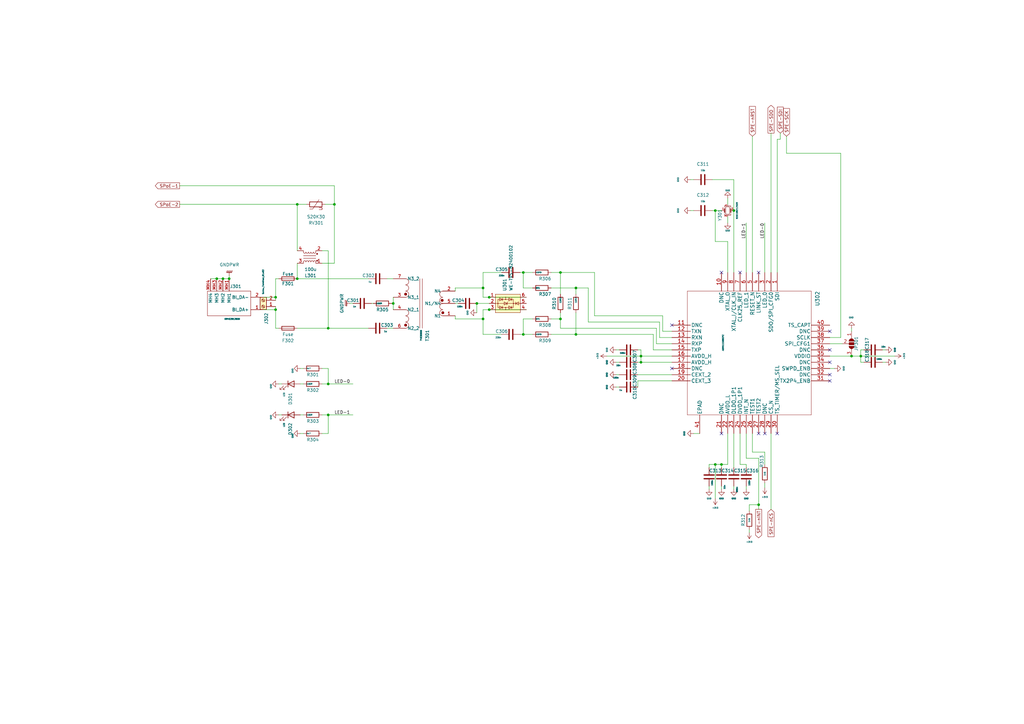
<source format=kicad_sch>
(kicad_sch (version 20230121) (generator eeschema)
  (paper "A3")
  (lib_symbols
    (symbol "Connector:Screw_Terminal_01x02" (pin_names (offset 1.016) hide)
      (property "Reference" "J" (at 0 2.54 0))
      (property "Value" "Screw_Terminal_01x02" (at 0 -5.08 0))
      (symbol "Screw_Terminal_01x02_1_1"
        (pin passive line (at -5.08 0 0) (length 3.81) (name "Pin_1") (number "1"))
        (pin passive line (at -5.08 -2.54 0) (length 3.81) (name "Pin_2") (number "2"))
      )
    )
    (symbol "Device:C" (pin_numbers hide) (pin_names (offset 0.254))
      (property "Reference" "C" (at 0.635 2.54 0))
      (property "Value" "C" (at 0.635 -2.54 0))
      (symbol "C_1_1"
        (pin passive line (at 0 3.81 270) (length 2.794) (name "~") (number "1"))
        (pin passive line (at 0 -3.81 90) (length 2.794) (name "~") (number "2"))
      )
    )
    (symbol "Device:Crystal_GND24_Small" (pin_names (offset 1.016) hide)
      (property "Reference" "Y" (at 1.27 4.445 0))
      (property "Value" "Crystal_GND24_Small" (at 1.27 2.54 0))
      (symbol "Crystal_GND24_Small_1_1"
        (pin passive line (at -2.54 0 0) (length 1.27) (name "1") (number "1"))
        (pin passive line (at 0 -2.54 90) (length 0.635) (name "2") (number "2"))
        (pin passive line (at 2.54 0 180) (length 1.27) (name "3") (number "3"))
        (pin passive line (at 0 2.54 270) (length 0.635) (name "4") (number "4"))
      )
    )
    (symbol "Device:Fuse" (pin_numbers hide) (pin_names (offset 0))
      (property "Reference" "F" (at 2.032 0 90))
      (property "Value" "Fuse" (at -1.905 0 90))
      (symbol "Fuse_1_1"
        (pin passive line (at 0 3.81 270) (length 1.27) (name "~") (number "1"))
        (pin passive line (at 0 -3.81 90) (length 1.27) (name "~") (number "2"))
      )
    )
    (symbol "Device:LED" (pin_numbers hide) (pin_names (offset 1.016) hide)
      (property "Reference" "D" (at 0 2.54 0))
      (property "Value" "LED" (at 0 -2.54 0))
      (symbol "LED_1_1"
        (pin passive line (at -3.81 0 0) (length 2.54) (name "K") (number "1"))
        (pin passive line (at 3.81 0 180) (length 2.54) (name "A") (number "2"))
      )
    )
    (symbol "Device:L_Iron_Coupled_1324" (pin_names (offset 0.254) hide)
      (property "Reference" "L" (at 0 4.445 0))
      (property "Value" "L_Iron_Coupled_1324" (at 0 -4.445 0))
      (symbol "L_Iron_Coupled_1324_1_1"
        (pin passive line (at -5.08 2.54 0) (length 2.54) (name "1") (number "1"))
        (pin passive line (at -5.08 -2.54 0) (length 2.54) (name "2") (number "2"))
        (pin passive line (at 5.08 2.54 180) (length 2.54) (name "3") (number "3"))
        (pin passive line (at 5.08 -2.54 180) (length 2.54) (name "4") (number "4"))
      )
    )
    (symbol "Device:R" (pin_numbers hide) (pin_names (offset 0))
      (property "Reference" "R" (at 2.032 0 90))
      (property "Value" "R" (at 0 0 90))
      (symbol "R_1_1"
        (pin passive line (at 0 3.81 270) (length 1.27) (name "~") (number "1"))
        (pin passive line (at 0 -3.81 90) (length 1.27) (name "~") (number "2"))
      )
    )
    (symbol "Device:Varistor" (pin_numbers hide) (pin_names (offset 0))
      (property "Reference" "RV" (at 3.175 0 90))
      (property "Value" "Varistor" (at -3.175 0 90))
      (symbol "Varistor_0_0"
        (text "U" (at -1.778 -2.032 0) (effects (font (size 1.27 1.27))))
      )
      (symbol "Varistor_1_1"
        (pin passive line (at 0 3.81 270) (length 1.27) (name "~") (number "1"))
        (pin passive line (at 0 -3.81 90) (length 1.27) (name "~") (number "2"))
      )
    )
    (symbol "Jumper:SolderJumper_3_Open" (pin_names (offset 0) hide)
      (property "Reference" "JP" (at -2.54 -2.54 0))
      (property "Value" "SolderJumper_3_Open" (at 0 2.794 0))
      (symbol "SolderJumper_3_Open_1_1"
        (pin passive line (at -5.08 0 0) (length 2.54) (name "A") (number "1"))
        (pin passive line (at 0 -3.81 90) (length 2.54) (name "C") (number "2"))
        (pin passive line (at 5.08 0 180) (length 2.54) (name "B") (number "3"))
      )
    )
    (symbol "Power_Protection:WE-TVS-82400102"
      (property "Reference" "U" (at 0 7.62 0))
      (property "Value" "WE-TVS-82400102" (at 0 5.08 0))
      (symbol "WE-TVS-82400102_1_1"
        (pin passive line (at -7.62 2.54 0) (length 2.54) (name "~") (number "1"))
        (pin passive line (at -7.62 0 0) (length 2.54) (name "~") (number "2"))
        (pin passive line (at -7.62 -2.54 0) (length 2.54) (name "~") (number "3"))
        (pin passive line (at 7.62 -2.54 180) (length 2.54) (name "~") (number "4"))
        (pin passive line (at 7.62 0 180) (length 2.54) (name "~") (number "5"))
        (pin passive line (at 7.62 2.54 180) (length 2.54) (name "~") (number "6"))
      )
    )
    (symbol "Project_Specific_AnalogDevices:ADIN1110BCPZ" (pin_names (offset 0.254))
      (property "Reference" "U" (at -24.13 26.67 0))
      (property "Value" "ADIN1110BCPZ" (at -1.27 3.81 0))
      (symbol "ADIN1110BCPZ_1_1"
        (pin unspecified line (at -33.02 11.43 0) (length 7.62) (name "SDI") (number "1"))
        (pin unspecified line (at -33.02 -11.43 0) (length 7.62) (name "DNC") (number "10"))
        (pin unspecified line (at -11.43 -31.75 90) (length 7.62) (name "DNC") (number "11"))
        (pin unspecified line (at -8.89 -31.75 90) (length 7.62) (name "TXN") (number "12"))
        (pin unspecified line (at -6.35 -31.75 90) (length 7.62) (name "RXN") (number "13"))
        (pin unspecified line (at -3.81 -31.75 90) (length 7.62) (name "RXP") (number "14"))
        (pin unspecified line (at -1.27 -31.75 90) (length 7.62) (name "TXP") (number "15"))
        (pin unspecified line (at 1.27 -31.75 90) (length 7.62) (name "AVDD_H") (number "16"))
        (pin unspecified line (at 3.81 -31.75 90) (length 7.62) (name "AVDD_H") (number "17"))
        (pin unspecified line (at 6.35 -31.75 90) (length 7.62) (name "DNC") (number "18"))
        (pin unspecified line (at 8.89 -31.75 90) (length 7.62) (name "CEXT_2") (number "19"))
        (pin unspecified line (at -33.02 8.89 0) (length 7.62) (name "SDO/SPI_CFG0") (number "2"))
        (pin unspecified line (at 11.43 -31.75 90) (length 7.62) (name "CEXT_3") (number "20"))
        (pin unspecified line (at 33.02 -11.43 180) (length 7.62) (name "DNC") (number "21"))
        (pin unspecified line (at 33.02 -8.89 180) (length 7.62) (name "AVDD_L") (number "22"))
        (pin unspecified line (at 33.02 -6.35 180) (length 7.62) (name "DLDO_1P1") (number "23"))
        (pin unspecified line (at 33.02 -3.81 180) (length 7.62) (name "DVDD_1P1") (number "24"))
        (pin unspecified line (at 33.02 -1.27 180) (length 7.62) (name "INT_N") (number "25"))
        (pin unspecified line (at 33.02 1.27 180) (length 7.62) (name "TEST1") (number "26"))
        (pin unspecified line (at 33.02 3.81 180) (length 7.62) (name "TEST2") (number "27"))
        (pin unspecified line (at 33.02 6.35 180) (length 7.62) (name "DNC") (number "28"))
        (pin unspecified line (at 33.02 8.89 180) (length 7.62) (name "CS_N") (number "29"))
        (pin unspecified line (at -33.02 6.35 0) (length 7.62) (name "LED_0") (number "3"))
        (pin unspecified line (at 33.02 11.43 180) (length 7.62) (name "TS_TIMER/MS_SEL") (number "30"))
        (pin unspecified line (at 11.43 33.02 270) (length 7.62) (name "TX2P4_ENB") (number "31"))
        (pin unspecified line (at 8.89 33.02 270) (length 7.62) (name "DNC") (number "32"))
        (pin unspecified line (at 6.35 33.02 270) (length 7.62) (name "SWPD_ENB") (number "33"))
        (pin unspecified line (at 3.81 33.02 270) (length 7.62) (name "DNC") (number "34"))
        (pin unspecified line (at 1.27 33.02 270) (length 7.62) (name "VDDIO") (number "35"))
        (pin unspecified line (at -1.27 33.02 270) (length 7.62) (name "DNC") (number "36"))
        (pin unspecified line (at -3.81 33.02 270) (length 7.62) (name "SPI_CFG1") (number "37"))
        (pin unspecified line (at -6.35 33.02 270) (length 7.62) (name "SCLK") (number "38"))
        (pin unspecified line (at -8.89 33.02 270) (length 7.62) (name "DNC") (number "39"))
        (pin unspecified line (at -33.02 3.81 0) (length 7.62) (name "LINK_ST") (number "4"))
        (pin unspecified line (at -11.43 33.02 270) (length 7.62) (name "TS_CAPT") (number "40"))
        (pin unspecified line (at 33.02 -20.32 180) (length 7.62) (name "EPAD") (number "41"))
        (pin unspecified line (at -33.02 1.27 0) (length 7.62) (name "RESET_N") (number "5"))
        (pin unspecified line (at -33.02 -1.27 0) (length 7.62) (name "LED_1") (number "6"))
        (pin unspecified line (at -33.02 -3.81 0) (length 7.62) (name "CLK25_REF") (number "7"))
        (pin unspecified line (at -33.02 -6.35 0) (length 7.62) (name "XTAL_I/CLK_IN") (number "8"))
        (pin unspecified line (at -33.02 -8.89 0) (length 7.62) (name "XTAL_O") (number "9"))
      )
    )
    (symbol "Project_Specific_Harting:09452812800" (pin_names (offset 0.762))
      (property "Reference" "J" (at -10.16 6.35 0))
      (property "Value" "09452812800" (at -6.35 1.27 0))
      (symbol "09452812800_0_0"
        (pin passive line (at -15.24 2.54 0) (length 5.08) (name "BI_DA+") (number "1"))
        (pin passive line (at -15.24 -2.54 0) (length 5.08) (name "BI_DA-") (number "2"))
        (pin passive line (at -1.27 -10.16 90) (length 5.08) (name "MH1") (number "MH1"))
        (pin passive line (at 1.27 -10.16 90) (length 5.08) (name "MH2") (number "MH2"))
        (pin passive line (at 3.81 -10.16 90) (length 5.08) (name "MH3") (number "MH3"))
        (pin passive line (at 6.35 -10.16 90) (length 5.08) (name "MH4") (number "MH4"))
      )
    )
    (symbol "Project_Specific_Wuerth:74930000" (pin_names (offset 0.762))
      (property "Reference" "T" (at -15.24 7.62 0))
      (property "Value" "74930000" (at -11.43 -7.62 0))
      (symbol "74930000_0_0"
        (pin passive line (at -13.97 5.08 0) (length 5.08) (name "N1") (number "1"))
        (pin passive line (at -13.97 -5.08 0) (length 5.08) (name "N4") (number "2"))
        (pin passive line (at 11.43 -2.54 180) (length 5.08) (name "N3_1") (number "3"))
        (pin passive line (at 11.43 2.54 180) (length 5.08) (name "N2_1") (number "4"))
        (pin passive line (at -13.97 0 0) (length 5.08) (name "N1/N4") (number "5"))
        (pin passive line (at 11.43 10.16 180) (length 5.08) (name "N2_2") (number "6"))
        (pin passive line (at 11.43 -10.16 180) (length 5.08) (name "N3_2") (number "7"))
      )
    )
    (symbol "power:+3V3" (power) (pin_names (offset 0))
      (property "Value" "+3V3" (at 0 3.556 0))
      (symbol "+3V3_1_1"
        (pin power_in line (at 0 0 90) (length 0) hide (name "+3V3") (number "1"))
      )
    )
    (symbol "power:GND" (power) (pin_names (offset 0))
      (property "Value" "GND" (at 0 -3.81 0))
      (symbol "GND_1_1"
        (pin power_in line (at 0 0 270) (length 0) hide (name "GND") (number "1"))
      )
    )
    (symbol "power:GNDPWR" (power) (pin_names (offset 0))
      (property "Value" "GNDPWR" (at 0 -3.302 0))
      (symbol "GNDPWR_1_1"
        (pin power_in line (at 0 0 270) (length 0) hide (name "GNDPWR") (number "1"))
      )
    )
  )
  (junction (at 198.12 118.11))
  (junction (at 121.92 83.82))
  (junction (at 214.63 137.16))
  (junction (at 349.25 146.05))
  (junction (at 214.63 111.76))
  (junction (at 113.03 127))
  (junction (at 113.03 121.92))
  (junction (at 200.66 127))
  (junction (at 295.91 190.5))
  (junction (at 91.44 114.3))
  (junction (at 137.16 83.82))
  (junction (at 93.98 114.3))
  (junction (at 161.29 124.46))
  (junction (at 88.9 114.3))
  (junction (at 293.37 190.5))
  (junction (at 353.06 146.05))
  (junction (at 195.58 124.46))
  (junction (at 134.62 134.62))
  (junction (at 236.22 118.11))
  (junction (at 293.37 86.36))
  (junction (at 262.89 146.05))
  (junction (at 134.62 157.48))
  (junction (at 121.92 114.3))
  (junction (at 198.12 130.81))
  (junction (at 262.89 148.59))
  (junction (at 300.99 86.36))
  (junction (at 229.87 111.76))
  (junction (at 134.62 170.18))
  (junction (at 200.66 121.92))
  (junction (at 236.22 137.16))
  (junction (at 311.15 207.01))
  (junction (at 229.87 130.81))
  (no_connect (at 303.53 111.76))
  (no_connect (at 275.59 133.35))
  (no_connect (at 313.69 177.8))
  (no_connect (at 340.36 148.59))
  (no_connect (at 318.77 177.8))
  (no_connect (at 340.36 143.51))
  (no_connect (at 311.15 177.8))
  (no_connect (at 340.36 135.89))
  (no_connect (at 275.59 151.13))
  (no_connect (at 340.36 156.21))
  (no_connect (at 311.15 111.76))
  (no_connect (at 295.91 177.8))
  (no_connect (at 340.36 153.67))
  (no_connect (at 295.91 111.76))
  (wire (pts (xy 114.3 134.62) (xy 113.03 134.62)))
  (wire (pts (xy 344.805 62.865) (xy 322.58 62.865)))
  (wire (pts (xy 236.22 137.16) (xy 226.06 137.16)))
  (wire (pts (xy 283.21 73.66) (xy 284.48 73.66)))
  (wire (pts (xy 200.66 127) (xy 215.9 127)))
  (wire (pts (xy 144.78 124.46) (xy 143.51 124.46)))
  (wire (pts (xy 311.15 207.01) (xy 311.15 208.915)))
  (wire (pts (xy 115.57 170.18) (xy 114.3 170.18)))
  (wire (pts (xy 236.22 128.27) (xy 236.22 137.16)))
  (wire (pts (xy 311.15 207.01) (xy 307.34 207.01)))
  (wire (pts (xy 134.62 151.13) (xy 134.62 157.48)))
  (wire (pts (xy 320.04 54.61) (xy 320.04 57.15)))
  (wire (pts (xy 214.63 130.81) (xy 214.63 137.16)))
  (wire (pts (xy 313.69 185.42) (xy 313.69 190.5)))
  (wire (pts (xy 287.02 177.8) (xy 284.48 177.8)))
  (wire (pts (xy 290.83 190.5) (xy 290.83 191.77)))
  (wire (pts (xy 298.45 190.5) (xy 295.91 190.5)))
  (wire (pts (xy 293.37 190.5) (xy 293.37 204.47)))
  (wire (pts (xy 349.25 146.05) (xy 340.36 146.05)))
  (wire (pts (xy 214.63 111.76) (xy 214.63 118.11)))
  (wire (pts (xy 113.03 127) (xy 107.95 127)))
  (wire (pts (xy 267.97 137.16) (xy 236.22 137.16)))
  (wire (pts (xy 195.58 124.46) (xy 200.66 124.46)))
  (wire (pts (xy 298.45 111.76) (xy 298.45 99.06)))
  (wire (pts (xy 218.44 130.81) (xy 214.63 130.81)))
  (wire (pts (xy 243.84 111.76) (xy 243.84 129.54)))
  (wire (pts (xy 308.61 55.88) (xy 308.61 111.76)))
  (wire (pts (xy 300.99 73.66) (xy 292.1 73.66)))
  (wire (pts (xy 186.69 129.54) (xy 186.69 130.81)))
  (wire (pts (xy 313.69 198.12) (xy 313.69 200.025)))
  (wire (pts (xy 198.12 130.81) (xy 198.12 127)))
  (wire (pts (xy 187.96 124.46) (xy 186.69 124.46)))
  (wire (pts (xy 303.53 177.8) (xy 303.53 190.5)))
  (wire (pts (xy 293.37 190.5) (xy 290.83 190.5)))
  (wire (pts (xy 353.06 146.05) (xy 353.06 143.51)))
  (wire (pts (xy 200.66 121.92) (xy 215.9 121.92)))
  (wire (pts (xy 306.07 91.44) (xy 306.07 111.76)))
  (wire (pts (xy 340.36 138.43) (xy 344.805 138.43)))
  (wire (pts (xy 161.29 124.46) (xy 160.655 124.46)))
  (wire (pts (xy 275.59 148.59) (xy 262.89 148.59)))
  (wire (pts (xy 293.37 190.5) (xy 295.91 190.5)))
  (wire (pts (xy 353.06 146.05) (xy 349.25 146.05)))
  (wire (pts (xy 284.48 86.36) (xy 283.21 86.36)))
  (wire (pts (xy 137.16 83.82) (xy 133.35 83.82)))
  (wire (pts (xy 275.59 143.51) (xy 267.97 143.51)))
  (wire (pts (xy 214.63 137.16) (xy 218.44 137.16)))
  (wire (pts (xy 236.22 118.11) (xy 236.22 120.65)))
  (wire (pts (xy 293.37 86.36) (xy 293.37 99.06)))
  (wire (pts (xy 311.15 187.96) (xy 311.15 207.01)))
  (wire (pts (xy 229.87 111.76) (xy 226.06 111.76)))
  (wire (pts (xy 243.84 111.76) (xy 229.87 111.76)))
  (wire (pts (xy 229.87 128.27) (xy 229.87 130.81)))
  (wire (pts (xy 241.3 118.11) (xy 241.3 132.08)))
  (wire (pts (xy 262.89 146.05) (xy 262.89 143.51)))
  (wire (pts (xy 270.51 138.43) (xy 270.51 132.08)))
  (wire (pts (xy 345.44 140.97) (xy 340.36 140.97)))
  (wire (pts (xy 115.57 157.48) (xy 114.3 157.48)))
  (wire (pts (xy 114.3 114.3) (xy 113.03 114.3)))
  (wire (pts (xy 113.03 123.19) (xy 113.03 121.92)))
  (wire (pts (xy 134.62 134.62) (xy 134.62 102.87)))
  (wire (pts (xy 134.62 157.48) (xy 132.08 157.48)))
  (wire (pts (xy 262.89 148.59) (xy 261.62 148.59)))
  (wire (pts (xy 124.46 157.48) (xy 123.19 157.48)))
  (wire (pts (xy 295.91 199.39) (xy 295.91 200.66)))
  (wire (pts (xy 229.87 111.76) (xy 229.87 120.65)))
  (wire (pts (xy 307.34 217.17) (xy 307.34 218.44)))
  (wire (pts (xy 144.78 157.48) (xy 134.62 157.48)))
  (wire (pts (xy 198.12 130.81) (xy 186.69 130.81)))
  (wire (pts (xy 214.63 137.16) (xy 213.36 137.16)))
  (wire (pts (xy 198.12 118.11) (xy 186.69 118.11)))
  (wire (pts (xy 88.9 114.3) (xy 86.36 114.3)))
  (wire (pts (xy 134.62 102.87) (xy 132.08 102.87)))
  (wire (pts (xy 134.62 177.8) (xy 134.62 170.18)))
  (wire (pts (xy 275.59 138.43) (xy 270.51 138.43)))
  (wire (pts (xy 161.29 121.92) (xy 161.29 124.46)))
  (wire (pts (xy 353.06 148.59) (xy 354.33 148.59)))
  (wire (pts (xy 195.58 124.46) (xy 195.58 128.27)))
  (wire (pts (xy 306.07 199.39) (xy 306.07 200.66)))
  (wire (pts (xy 121.92 102.87) (xy 121.92 83.82)))
  (wire (pts (xy 198.12 111.76) (xy 205.74 111.76)))
  (wire (pts (xy 275.59 156.21) (xy 261.62 156.21)))
  (wire (pts (xy 198.12 130.81) (xy 198.12 137.16)))
  (wire (pts (xy 262.89 146.05) (xy 262.89 148.59)))
  (wire (pts (xy 243.84 129.54) (xy 271.78 129.54)))
  (wire (pts (xy 353.06 143.51) (xy 354.33 143.51)))
  (wire (pts (xy 214.63 111.76) (xy 213.36 111.76)))
  (wire (pts (xy 132.08 151.13) (xy 134.62 151.13)))
  (wire (pts (xy 229.87 130.81) (xy 229.87 134.62)))
  (wire (pts (xy 353.06 146.05) (xy 367.03 146.05)))
  (wire (pts (xy 267.97 143.51) (xy 267.97 137.16)))
  (wire (pts (xy 137.16 76.2) (xy 73.66 76.2)))
  (wire (pts (xy 298.45 88.9) (xy 298.45 91.44)))
  (wire (pts (xy 269.24 134.62) (xy 269.24 140.97)))
  (wire (pts (xy 322.58 55.88) (xy 322.58 62.865)))
  (wire (pts (xy 254 148.59) (xy 252.73 148.59)))
  (wire (pts (xy 307.34 209.55) (xy 307.34 207.01)))
  (wire (pts (xy 161.29 134.62) (xy 158.75 134.62)))
  (wire (pts (xy 93.98 114.3) (xy 91.44 114.3)))
  (wire (pts (xy 121.92 83.82) (xy 73.66 83.82)))
  (wire (pts (xy 313.69 91.44) (xy 313.69 111.76)))
  (wire (pts (xy 125.73 83.82) (xy 121.92 83.82)))
  (wire (pts (xy 349.25 134.62) (xy 349.25 135.89)))
  (wire (pts (xy 161.29 114.3) (xy 158.75 114.3)))
  (wire (pts (xy 298.45 99.06) (xy 293.37 99.06)))
  (wire (pts (xy 275.59 153.67) (xy 261.62 153.67)))
  (wire (pts (xy 151.13 134.62) (xy 134.62 134.62)))
  (wire (pts (xy 306.07 177.8) (xy 306.07 187.96)))
  (wire (pts (xy 262.89 146.05) (xy 248.92 146.05)))
  (wire (pts (xy 161.29 124.46) (xy 161.29 127)))
  (wire (pts (xy 218.44 111.76) (xy 214.63 111.76)))
  (wire (pts (xy 300.99 86.36) (xy 300.99 111.76)))
  (wire (pts (xy 113.03 121.92) (xy 107.95 121.92)))
  (wire (pts (xy 113.03 127) (xy 113.03 134.62)))
  (wire (pts (xy 113.03 125.73) (xy 113.03 127)))
  (wire (pts (xy 124.46 151.13) (xy 123.19 151.13)))
  (wire (pts (xy 229.87 130.81) (xy 226.06 130.81)))
  (wire (pts (xy 308.61 177.8) (xy 308.61 185.42)))
  (wire (pts (xy 298.45 177.8) (xy 298.45 190.5)))
  (wire (pts (xy 318.77 57.15) (xy 318.77 111.76)))
  (wire (pts (xy 254 153.67) (xy 252.73 153.67)))
  (wire (pts (xy 275.59 140.97) (xy 269.24 140.97)))
  (wire (pts (xy 198.12 118.11) (xy 198.12 111.76)))
  (wire (pts (xy 124.46 177.8) (xy 123.19 177.8)))
  (wire (pts (xy 271.78 129.54) (xy 271.78 135.89)))
  (wire (pts (xy 300.99 73.66) (xy 300.99 86.36)))
  (wire (pts (xy 153.035 124.46) (xy 152.4 124.46)))
  (wire (pts (xy 151.13 114.3) (xy 121.92 114.3)))
  (wire (pts (xy 91.44 114.3) (xy 88.9 114.3)))
  (wire (pts (xy 137.16 107.95) (xy 137.16 83.82)))
  (wire (pts (xy 229.87 134.62) (xy 269.24 134.62)))
  (wire (pts (xy 318.77 57.15) (xy 320.04 57.15)))
  (wire (pts (xy 300.99 177.8) (xy 300.99 191.77)))
  (wire (pts (xy 275.59 146.05) (xy 262.89 146.05)))
  (wire (pts (xy 132.08 177.8) (xy 134.62 177.8)))
  (wire (pts (xy 261.62 156.21) (xy 261.62 158.75)))
  (wire (pts (xy 93.98 113.03) (xy 93.98 114.3)))
  (wire (pts (xy 270.51 132.08) (xy 241.3 132.08)))
  (wire (pts (xy 306.07 190.5) (xy 306.07 191.77)))
  (wire (pts (xy 316.23 177.8) (xy 316.23 208.915)))
  (wire (pts (xy 295.91 86.36) (xy 293.37 86.36)))
  (wire (pts (xy 292.1 86.36) (xy 293.37 86.36)))
  (wire (pts (xy 134.62 170.18) (xy 132.08 170.18)))
  (wire (pts (xy 137.16 83.82) (xy 137.16 76.2)))
  (wire (pts (xy 295.91 190.5) (xy 295.91 191.77)))
  (wire (pts (xy 254 143.51) (xy 252.73 143.51)))
  (wire (pts (xy 344.805 138.43) (xy 344.805 62.865)))
  (wire (pts (xy 361.95 143.51) (xy 363.22 143.51)))
  (wire (pts (xy 306.07 187.96) (xy 311.15 187.96)))
  (wire (pts (xy 113.03 121.92) (xy 113.03 114.3)))
  (wire (pts (xy 342.265 151.13) (xy 340.36 151.13)))
  (wire (pts (xy 186.69 119.38) (xy 186.69 118.11)))
  (wire (pts (xy 198.12 137.16) (xy 205.74 137.16)))
  (wire (pts (xy 218.44 118.11) (xy 214.63 118.11)))
  (wire (pts (xy 226.06 118.11) (xy 236.22 118.11)))
  (wire (pts (xy 124.46 170.18) (xy 123.19 170.18)))
  (wire (pts (xy 198.12 127) (xy 200.66 127)))
  (wire (pts (xy 353.06 146.05) (xy 353.06 148.59)))
  (wire (pts (xy 132.08 107.95) (xy 137.16 107.95)))
  (wire (pts (xy 306.07 190.5) (xy 303.53 190.5)))
  (wire (pts (xy 290.83 199.39) (xy 290.83 200.66)))
  (wire (pts (xy 236.22 118.11) (xy 241.3 118.11)))
  (wire (pts (xy 313.69 185.42) (xy 308.61 185.42)))
  (wire (pts (xy 275.59 135.89) (xy 271.78 135.89)))
  (wire (pts (xy 198.12 121.92) (xy 200.66 121.92)))
  (wire (pts (xy 144.78 170.18) (xy 134.62 170.18)))
  (wire (pts (xy 316.23 111.76) (xy 316.23 54.61)))
  (wire (pts (xy 121.92 114.3) (xy 121.92 107.95)))
  (wire (pts (xy 262.89 143.51) (xy 261.62 143.51)))
  (wire (pts (xy 300.99 199.39) (xy 300.99 200.66)))
  (wire (pts (xy 361.95 148.59) (xy 363.22 148.59)))
  (wire (pts (xy 134.62 134.62) (xy 121.92 134.62)))
  (wire (pts (xy 198.12 118.11) (xy 198.12 121.92)))
  (wire (pts (xy 254 158.75) (xy 252.73 158.75)))
  (wire (pts (xy 298.45 83.82) (xy 298.45 81.28)))
  (label "LED-1" (at 306.07 91.44 270))
  (label "LED-0" (at 137.16 157.48 0))
  (label "LED-0" (at 313.69 91.44 270))
  (label "LED-1" (at 137.16 170.18 0))
  (global_label "SPoE-2" (shape output) (at 73.66 83.82 180) (property "Intersheetrefs" "${INTERSHEET_REFS}" (at 63.1948 83.82 0) (effects (justify right))))
  (global_label "SPE-SDI" (shape input) (at 320.04 54.61 90) (property "Intersheetrefs" "${INTERSHEET_REFS}" (at 320.04 43.419 90) (effects (justify left))) (property "Odnośniki między arkuszami" "${INTERSHEET_REFS}" (effects hide)))
  (global_label "SPoE-1" (shape output) (at 73.66 76.2 180) (property "Intersheetrefs" "${INTERSHEET_REFS}" (at 63.1948 76.2 0) (effects (justify right))))
  (global_label "SPE-nCS" (shape input) (at 316.23 208.915 270) (property "Intersheetrefs" "${INTERSHEET_REFS}" (at 316.23 220.6502 90) (effects (justify right))) (property "Odnośniki między arkuszami" "${INTERSHEET_REFS}" (effects hide)))
  (global_label "SPE-SCK" (shape input) (at 322.58 55.88 90) (property "Intersheetrefs" "${INTERSHEET_REFS}" (at 322.58 44.0238 90) (effects (justify left))) (property "Odnośniki między arkuszami" "${INTERSHEET_REFS}" (effects hide)))
  (global_label "SPE-nRST" (shape input) (at 308.61 55.88 90) (property "Intersheetrefs" "${INTERSHEET_REFS}" (at 308.61 43.1772 90) (effects (justify left))) (property "Odnośniki między arkuszami" "${INTERSHEET_REFS}" (effects hide)))
  (global_label "SPE-nINT" (shape output) (at 311.15 208.915 270) (property "Intersheetrefs" "${INTERSHEET_REFS}" (at 311.15 221.0736 90) (effects (justify right))) (property "Odnośniki między arkuszami" "${INTERSHEET_REFS}" (effects hide)))
  (global_label "SPE-SDO" (shape output) (at 316.23 54.61 90) (property "Intersheetrefs" "${INTERSHEET_REFS}" (at 316.23 42.6933 90) (effects (justify left))) (property "Odnośniki między arkuszami" "${INTERSHEET_REFS}" (effects hide)))
  (symbol (lib_id "Device:C") (at 209.55 137.16 90) (unit 1)
    (property "Reference" "C306" (at 203.2 135.89 90) (effects (justify right)))
    (property "Value" "220n" (at 203.2 138.43 90) (effects (font (size 0.6 0.6)) (justify right)))
    (property "Footprint" "Capacitor_SMD:C_0402_1005Metric" (effects hide))
    (instances (project "SinglePair-Eth-Gateway" (path "" (reference "C306") (unit 1))) (project "gateway-LoRa-T1L" (path "" (reference "C308") (unit 1))))
  )
  (symbol (lib_id "Device:C") (at 154.94 134.62 90) (mirror x) (unit 1)
    (property "Reference" "C303" (at 158.75 133.35 90))
    (property "Value" "1u" (at 158.115 135.89 90) (effects (font (size 0.6 0.6))))
    (property "Footprint" "Capacitor_SMD:C_0402_1005Metric" (effects hide))
    (instances (project "SinglePair-Eth-Gateway" (path "" (reference "C303") (unit 1))) (project "gateway-LoRa-T1L" (path "" (reference "C307") (unit 1))))
  )
  (symbol (lib_id "Device:R") (at 128.27 151.13 270) (unit 1)
    (property "Reference" "R301" (at 125.73 153.67 90) (effects (justify left)))
    (property "Value" "4k7" (at 125.73 151.13 90) (effects (font (size 0.6 0.6)) (justify left)))
    (property "Footprint" "Resistor_SMD:R_0402_1005Metric" (effects hide))
    (instances (project "SinglePair-Eth-Gateway" (path "" (reference "R301") (unit 1))) (project "gateway-LoRa-T1L" (path "" (reference "R308") (unit 1))))
  )
  (symbol (lib_id "power:+3V3") (at 248.92 146.05 90) (unit 1)
    (property "Reference" "#PWR0308" (effects hide))
    (property "Value" "+3V3" (at 245.11 146.05 0) (effects (font (size 0.6 0.6))))
    (instances (project "SinglePair-Eth-Gateway" (path "" (reference "#PWR0308") (unit 1))) (project "gateway-LoRa-T1L" (path "" (reference "#PWR0313") (unit 1))))
  )
  (symbol (lib_id "Device:R") (at 222.25 130.81 270) (unit 1)
    (property "Reference" "R308" (at 220.98 133.35 90) (effects (justify left)))
    (property "Value" "5R1" (at 219.71 130.81 90) (effects (font (size 0.6 0.6)) (justify left)))
    (property "Footprint" "Resistor_SMD:R_0402_1005Metric" (effects hide))
    (instances (project "SinglePair-Eth-Gateway" (path "" (reference "R308") (unit 1))) (project "gateway-LoRa-T1L" (path "" (reference "R306") (unit 1))))
  )
  (symbol (lib_id "power:+3V3") (at 313.69 200.025 180) (unit 1)
    (property "Reference" "#PWR0324" (effects hide))
    (property "Value" "+3V3" (at 313.69 203.835 0) (effects (font (size 0.6 0.6))))
  )
  (symbol (lib_id "Connector:Screw_Terminal_01x02") (at 107.95 125.73 180) (unit 1)
    (property "Reference" "J302" (at 109.2201 128.27 90) (effects (justify left)))
    (property "Value" "Screw_Terminal_01x02" (at 107.95 110.49 90) (effects (font (size 0.6 0.6)) (justify left)))
    (property "Footprint" "TerminalBlock:TerminalBlock_Altech_AK300-2_P5.00mm" (effects hide))
    (instances (project "SinglePair-Eth-Gateway" (path "" (reference "J302") (unit 1))) (project "Ethernet" (path "" (reference "J302") (unit 1))) (project "gateway-LoRa-T1L" (path "" (reference "J302") (unit 1))) (project "Hemispherical-3D-Camera" (path "" (reference "J301") (unit 1))))
  )
  (symbol (lib_id "Device:C") (at 300.99 195.58 0) (unit 1)
    (property "Reference" "C315" (at 300.99 193.04 0) (effects (justify left)))
    (property "Value" "680n" (at 302.26 201.93 90) (effects (font (size 0.6 0.6)) (justify left)))
    (property "Footprint" "Capacitor_SMD:C_0402_1005Metric" (effects hide))
    (instances (project "SinglePair-Eth-Gateway" (path "" (reference "C315") (unit 1))) (project "gateway-LoRa-T1L" (path "" (reference "C316") (unit 1))))
  )
  (symbol (lib_id "Device:R") (at 307.34 213.36 0) (unit 1)
    (property "Reference" "R312" (at 304.8 213.36 90))
    (property "Value" "1k5" (at 307.34 213.36 90) (effects (font (size 0.6 0.6))))
    (property "Footprint" "Resistor_SMD:R_0402_1005Metric" (effects hide))
    (instances (project "SinglePair-Eth-Gateway" (path "" (reference "R312") (unit 1))) (project "gateway-LoRa-T1L" (path "" (reference "R313") (unit 1))))
  )
  (symbol (lib_id "power:GND") (at 195.58 128.27 270) (unit 1)
    (property "Reference" "#PWR0307" (effects hide))
    (property "Value" "GND" (at 191.77 128.27 0) (effects (font (size 0.6 0.6))))
    (instances (project "SinglePair-Eth-Gateway" (path "" (reference "#PWR0307") (unit 1))) (project "gateway-LoRa-T1L" (path "" (reference "#PWR0308") (unit 1))))
  )
  (symbol (lib_id "power:GNDPWR") (at 143.51 124.46 270) (unit 1)
    (property "Reference" "#PWR0306" (effects hide))
    (property "Value" "GNDPWR" (at 140.208 124.46 0))
  )
  (symbol (lib_id "power:GND") (at 283.21 73.66 270) (unit 1)
    (property "Reference" "#PWR0313" (effects hide))
    (property "Value" "GND" (at 278.13 73.66 0) (effects (font (size 0.6 0.6))))
    (instances (project "SinglePair-Eth-Gateway" (path "" (reference "#PWR0313") (unit 1))) (project "gateway-LoRa-T1L" (path "" (reference "#PWR0301") (unit 1))))
  )
  (symbol (lib_id "Project_Specific_Wuerth:74930000") (at 172.72 124.46 180) (unit 1)
    (property "Reference" "T301" (at 175.2601 135.255 90) (effects (justify left)))
    (property "Value" "74930000" (at 172.7201 135.255 90) (effects (font (size 0.6 0.6)) (justify left)))
    (property "Footprint" "Project_Specific_Wuerth:74930000" (effects hide))
    (property "Datasheet" "https://componentsearchengine.com/Datasheets/1/74930000.pdf" (effects hide))
    (property "Description" "WE-STST Super Tiny Signal Transformer 10/100/1000 Base-T" (effects hide))
    (property "Height" "2.9" (effects hide))
    (property "Manufacturer_Name" "Wurth Elektronik" (effects hide))
    (property "Manufacturer_Part_Number" "74930000" (effects hide))
    (property "Mouser Part Number" "710-74930000" (effects hide))
    (property "Mouser Price/Stock" "https://www.mouser.co.uk/ProductDetail/Wurth-Elektronik/74930000" (effects hide))
  )
  (symbol (lib_id "Device:LED") (at 119.38 170.18 0) (unit 1)
    (property "Reference" "D302" (at 119.0626 173.3804 90) (effects (justify right)))
    (property "Value" "LED" (at 116.5226 173.3804 90) (effects (font (size 0.6 0.6)) (justify right)))
    (property "Footprint" "LED_SMD:LED_0603_1608Metric" (effects hide))
    (instances (project "SinglePair-Eth-Gateway" (path "" (reference "D302") (unit 1))) (project "gateway-LoRa-T1L" (path "" (reference "D303") (unit 1))))
  )
  (symbol (lib_id "power:+3V3") (at 367.03 146.05 270) (unit 1)
    (property "Reference" "#PWR0329" (effects hide))
    (property "Value" "+3V3" (at 370.84 146.05 0) (effects (font (size 0.6 0.6))))
    (instances (project "SinglePair-Eth-Gateway" (path "" (reference "#PWR0329") (unit 1))) (project "gateway-LoRa-T1L" (path "" (reference "#PWR0312") (unit 1))))
  )
  (symbol (lib_id "power:GND") (at 123.19 151.13 270) (unit 1)
    (property "Reference" "#PWR0304" (effects hide))
    (property "Value" "GND" (at 120.015 153.035 0) (effects (font (size 0.6 0.6)) (justify right)))
    (instances (project "SinglePair-Eth-Gateway" (path "" (reference "#PWR0304") (unit 1))) (project "gateway-LoRa-T1L" (path "" (reference "#PWR0317") (unit 1))))
  )
  (symbol (lib_id "power:GND") (at 252.73 158.75 270) (unit 1)
    (property "Reference" "#PWR0312" (effects hide))
    (property "Value" "GND" (at 248.92 158.75 0) (effects (font (size 0.6 0.6))))
    (instances (project "SinglePair-Eth-Gateway" (path "" (reference "#PWR0312") (unit 1))) (project "gateway-LoRa-T1L" (path "" (reference "#PWR0320") (unit 1))))
  )
  (symbol (lib_id "power:GND") (at 363.22 143.51 90) (unit 1)
    (property "Reference" "#PWR0327" (effects hide))
    (property "Value" "GND" (at 367.03 143.51 0) (effects (font (size 0.6 0.6))))
    (instances (project "SinglePair-Eth-Gateway" (path "" (reference "#PWR0327") (unit 1))) (project "gateway-LoRa-T1L" (path "" (reference "#PWR0310") (unit 1))))
  )
  (symbol (lib_id "Device:R") (at 222.25 118.11 270) (unit 1)
    (property "Reference" "R307" (at 220.98 120.65 90) (effects (justify left)))
    (property "Value" "5R1" (at 219.71 118.11 90) (effects (font (size 0.6 0.6)) (justify left)))
    (property "Footprint" "Resistor_SMD:R_0402_1005Metric" (effects hide))
    (instances (project "SinglePair-Eth-Gateway" (path "" (reference "R307") (unit 1))) (project "gateway-LoRa-T1L" (path "" (reference "R302") (unit 1))))
  )
  (symbol (lib_id "Project_Specific_Harting:09452812800") (at 92.71 124.46 180) (unit 1)
    (property "Reference" "J301" (at 99.06 117.475 0) (effects (justify left)))
    (property "Value" "09452812800" (at 98.425 130.81 0) (effects (font (size 0.6 0.6)) (justify left)))
    (property "Footprint" "Project_Specific_Harting:09452812800" (effects hide))
    (property "Datasheet" "https://datasheet.datasheetarchive.com/originals/distributors/Datasheets_SAMA/ce283af299b8188d7136a185b8906223.pdf" (effects hide))
    (property "Description" "Modular Connectors / Ethernet Connectors T1 Industrial angle jack AH IP20" (effects hide))
    (property "Height" "6.2" (effects hide))
    (property "Manufacturer_Name" "HARTING" (effects hide))
    (property "Manufacturer_Part_Number" "09452812800" (effects hide))
    (property "Mouser Part Number" "617-09452812800" (effects hide))
    (property "Mouser Price/Stock" "https://www.mouser.co.uk/ProductDetail/HARTING/09452812800" (effects hide))
    (property "Arrow Part Number" "09452812800" (effects hide))
    (property "Arrow Price/Stock" "https://www.arrow.com/en/products/09452812800/harting" (effects hide))
    (instances (project "SinglePair-Eth-Gateway" (path "" (reference "J301") (unit 1))) (project "Ethernet" (path "" (reference "J301") (unit 1))) (project "gateway-LoRa-T1L" (path "" (reference "J301") (unit 1))) (project "Hemispherical-3D-Camera" (path "" (reference "J302") (unit 1))))
  )
  (symbol (lib_id "power:GND") (at 252.73 153.67 270) (unit 1)
    (property "Reference" "#PWR0311" (effects hide))
    (property "Value" "GND" (at 248.92 153.67 0) (effects (font (size 0.6 0.6))))
    (instances (project "SinglePair-Eth-Gateway" (path "" (reference "#PWR0311") (unit 1))) (project "gateway-LoRa-T1L" (path "" (reference "#PWR0318") (unit 1))))
  )
  (symbol (lib_id "power:GND") (at 290.83 200.66 0) (unit 1)
    (property "Reference" "#PWR0316" (effects hide))
    (property "Value" "GND" (at 290.83 204.47 0) (effects (font (size 0.6 0.6))))
    (instances (project "SinglePair-Eth-Gateway" (path "" (reference "#PWR0316") (unit 1))) (project "gateway-LoRa-T1L" (path "" (reference "#PWR0328") (unit 1))))
  )
  (symbol (lib_id "Device:R") (at 313.69 194.31 0) (unit 1)
    (property "Reference" "R313" (at 312.42 189.23 90))
    (property "Value" "1k5" (at 313.69 194.31 90) (effects (font (size 0.6 0.6))))
    (property "Footprint" "Resistor_SMD:R_0402_1005Metric" (effects hide))
    (instances (project "SinglePair-Eth-Gateway" (path "" (reference "R313") (unit 1))) (project "gateway-LoRa-T1L" (path "" (reference "R312") (unit 1))))
  )
  (symbol (lib_id "power:GND") (at 114.3 157.48 270) (unit 1)
    (property "Reference" "#PWR0302" (effects hide))
    (property "Value" "GND" (at 111.125 159.385 0) (effects (font (size 0.6 0.6)) (justify right)))
    (instances (project "SinglePair-Eth-Gateway" (path "" (reference "#PWR0302") (unit 1))) (project "gateway-LoRa-T1L" (path "" (reference "#PWR0319") (unit 1))))
  )
  (symbol (lib_id "power:GND") (at 300.99 200.66 0) (unit 1)
    (property "Reference" "#PWR0321" (effects hide))
    (property "Value" "GND" (at 300.99 204.47 0) (effects (font (size 0.6 0.6))))
    (instances (project "SinglePair-Eth-Gateway" (path "" (reference "#PWR0321") (unit 1))) (project "gateway-LoRa-T1L" (path "" (reference "#PWR0326") (unit 1))))
  )
  (symbol (lib_id "Device:C") (at 306.07 195.58 0) (unit 1)
    (property "Reference" "C316" (at 306.07 193.04 0) (effects (justify left)))
    (property "Value" "100n" (at 307.34 196.85 90) (effects (font (size 0.6 0.6)) (justify right)))
    (property "Footprint" "Capacitor_SMD:C_0402_1005Metric" (effects hide))
    (instances (project "SinglePair-Eth-Gateway" (path "" (reference "C316") (unit 1))) (project "gateway-LoRa-T1L" (path "" (reference "C315") (unit 1))))
  )
  (symbol (lib_id "Device:C") (at 358.14 143.51 90) (unit 1)
    (property "Reference" "C317" (at 355.6 143.51 0) (effects (justify left)))
    (property "Value" "10n" (at 363.22 142.24 90) (effects (font (size 0.6 0.6)) (justify left)))
    (property "Footprint" "Capacitor_SMD:C_0402_1005Metric" (effects hide))
    (instances (project "SinglePair-Eth-Gateway" (path "" (reference "C317") (unit 1))) (project "gateway-LoRa-T1L" (path "" (reference "C309") (unit 1))))
  )
  (symbol (lib_id "power:GND") (at 306.07 200.66 0) (unit 1)
    (property "Reference" "#PWR0322" (effects hide))
    (property "Value" "GND" (at 306.07 204.47 0) (effects (font (size 0.6 0.6))))
    (instances (project "SinglePair-Eth-Gateway" (path "" (reference "#PWR0322") (unit 1))) (project "gateway-LoRa-T1L" (path "" (reference "#PWR0325") (unit 1))))
  )
  (symbol (lib_id "Device:C") (at 290.83 195.58 0) (unit 1)
    (property "Reference" "C313" (at 290.83 193.04 0) (effects (justify left)))
    (property "Value" "100n" (at 292.1 196.85 90) (effects (font (size 0.6 0.6)) (justify right)))
    (property "Footprint" "Capacitor_SMD:C_0402_1005Metric" (effects hide))
    (instances (project "SinglePair-Eth-Gateway" (path "" (reference "C313") (unit 1))) (project "gateway-LoRa-T1L" (path "" (reference "C318") (unit 1))))
  )
  (symbol (lib_id "Device:C") (at 209.55 111.76 270) (unit 1)
    (property "Reference" "C305" (at 205.74 110.49 90))
    (property "Value" "220n" (at 205.74 113.03 90) (effects (font (size 0.6 0.6))))
    (property "Footprint" "Capacitor_SMD:C_0402_1005Metric" (effects hide))
    (instances (project "SinglePair-Eth-Gateway" (path "" (reference "C305") (unit 1))) (project "gateway-LoRa-T1L" (path "" (reference "C303") (unit 1))))
  )
  (symbol (lib_id "Device:Fuse") (at 118.11 114.3 270) (unit 1)
    (property "Reference" "F301" (at 118.11 116.332 90))
    (property "Value" "Fuse" (at 118.11 112.395 90))
    (property "Footprint" "Fuse:Fuseholder_Cylinder-5x20mm_Schurter_0031_8201_Horizontal_Open" (effects hide))
    (instances (project "SinglePair-Eth-Gateway" (path "" (reference "F301") (unit 1))) (project "Hemispherical-3D-Camera" (path "" (reference "F302") (unit 1))))
  )
  (symbol (lib_id "power:GND") (at 342.265 151.13 90) (unit 1)
    (property "Reference" "#PWR0325" (effects hide))
    (property "Value" "GND" (at 346.075 151.13 0) (effects (font (size 0.6 0.6))))
    (instances (project "SinglePair-Eth-Gateway" (path "" (reference "#PWR0325") (unit 1))) (project "gateway-LoRa-T1L" (path "" (reference "#PWR0316") (unit 1))))
  )
  (symbol (lib_id "power:+3V3") (at 293.37 204.47 180) (unit 1)
    (property "Reference" "#PWR0317" (effects hide))
    (property "Value" "+3V3" (at 293.37 208.28 0) (effects (font (size 0.6 0.6))))
    (instances (project "SinglePair-Eth-Gateway" (path "" (reference "#PWR0317") (unit 1))) (project "gateway-LoRa-T1L" (path "" (reference "#PWR0329") (unit 1))))
  )
  (symbol (lib_id "power:GND") (at 284.48 177.8 270) (unit 1)
    (property "Reference" "#PWR0315" (effects hide))
    (property "Value" "GND" (at 280.67 177.8 0) (effects (font (size 0.6 0.6))))
    (instances (project "SinglePair-Eth-Gateway" (path "" (reference "#PWR0315") (unit 1))) (project "gateway-LoRa-T1L" (path "" (reference "#PWR0322") (unit 1))))
  )
  (symbol (lib_id "Project_Specific_AnalogDevices:ADIN1110BCPZ") (at 307.34 144.78 270) (unit 1)
    (property "Reference" "U302" (at 335.28 119.38 0) (effects (font (size 1.524 1.524)) (justify left)))
    (property "Value" "ADIN1110BCPZ" (at 296.545 137.16 0) (effects (font (size 0.6 0.6)) (justify left)))
    (property "Footprint" "Project_Specific_AnalogDevices:ADIN1110" (effects hide))
    (instances (project "SinglePair-Eth-Gateway" (path "" (reference "U302") (unit 1))) (project "gateway-LoRa-T1L" (path "" (reference "U301") (unit 1))))
  )
  (symbol (lib_id "power:GNDPWR") (at 93.98 113.03 180) (unit 1)
    (property "Reference" "#PWR0301" (effects hide))
    (property "Value" "GNDPWR" (at 94.107 108.585 0))
  )
  (symbol (lib_id "Power_Protection:WE-TVS-82400102") (at 208.28 124.46 0) (unit 1)
    (property "Reference" "U301" (at 207.0099 119.38 90) (effects (justify left)))
    (property "Value" "WE-TVS-82400102" (at 209.5499 119.38 90) (effects (justify left)))
    (property "Footprint" "Package_TO_SOT_SMD:SOT-23-6" (effects hide))
    (property "Datasheet" "https://katalog.we-online.de/pbs/datasheet/82400102.pdf" (effects hide))
    (instances (project "SinglePair-Eth-Gateway" (path "" (reference "U301") (unit 1))) (project "gateway-LoRa-T1L" (path "" (reference "U302") (unit 1))))
  )
  (symbol (lib_id "power:GND") (at 349.25 134.62 180) (unit 1)
    (property "Reference" "#PWR0326" (effects hide))
    (property "Value" "GND" (at 349.123 130.2258 0) (effects (font (size 0.6 0.6))))
    (instances (project "SinglePair-Eth-Gateway" (path "" (reference "#PWR0326") (unit 1))) (project "gateway-LoRa-T1L" (path "" (reference "#PWR0309") (unit 1))))
  )
  (symbol (lib_id "Device:R") (at 128.27 170.18 270) (unit 1)
    (property "Reference" "R303" (at 125.73 172.72 90) (effects (justify left)))
    (property "Value" "100R" (at 125.73 170.18 90) (effects (font (size 0.6 0.6)) (justify left)))
    (property "Footprint" "Resistor_SMD:R_0402_1005Metric" (effects hide))
    (instances (project "SinglePair-Eth-Gateway" (path "" (reference "R303") (unit 1))) (project "gateway-LoRa-T1L" (path "" (reference "R310") (unit 1))))
  )
  (symbol (lib_id "power:GND") (at 298.45 91.44 0) (unit 1)
    (property "Reference" "#PWR0320" (effects hide))
    (property "Value" "GND" (at 298.45 94.615 0) (effects (font (size 0.6 0.6))))
    (instances (project "SinglePair-Eth-Gateway" (path "" (reference "#PWR0320") (unit 1))) (project "gateway-LoRa-T1L" (path "" (reference "#PWR0304") (unit 1))))
  )
  (symbol (lib_id "Device:L_Iron_Coupled_1324") (at 127 105.41 180) (unit 1)
    (property "Reference" "L301" (at 127.381 113.03 0))
    (property "Value" "100u" (at 127.381 110.49 0))
    (property "Footprint" "Project_Specific_Wuerth:744871101" (effects hide))
  )
  (symbol (lib_id "power:GND") (at 114.3 170.18 270) (unit 1)
    (property "Reference" "#PWR0303" (effects hide))
    (property "Value" "GND" (at 111.125 172.085 0) (effects (font (size 0.6 0.6)) (justify right)))
    (instances (project "SinglePair-Eth-Gateway" (path "" (reference "#PWR0303") (unit 1))) (project "gateway-LoRa-T1L" (path "" (reference "#PWR0321") (unit 1))))
  )
  (symbol (lib_id "Device:R") (at 128.27 157.48 270) (unit 1)
    (property "Reference" "R302" (at 125.73 160.02 90) (effects (justify left)))
    (property "Value" "100R" (at 125.73 157.48 90) (effects (font (size 0.6 0.6)) (justify left)))
    (property "Footprint" "Resistor_SMD:R_0402_1005Metric" (effects hide))
    (instances (project "SinglePair-Eth-Gateway" (path "" (reference "R302") (unit 1))) (project "gateway-LoRa-T1L" (path "" (reference "R309") (unit 1))))
  )
  (symbol (lib_id "Device:R") (at 156.845 124.46 270) (unit 1)
    (property "Reference" "R305" (at 154.305 127 90) (effects (justify left)))
    (property "Value" "100R" (at 154.305 124.46 90) (effects (font (size 0.6 0.6)) (justify left)))
    (property "Footprint" "Resistor_SMD:R_0402_1005Metric" (effects hide))
  )
  (symbol (lib_id "Device:Varistor") (at 129.54 83.82 90) (unit 1)
    (property "Reference" "RV301" (at 129.6393 91.44 90))
    (property "Value" "S20K30" (at 129.6393 88.9 90))
    (property "Footprint" "Varistor:RV_Disc_D21.5mm_W4.3mm_P10mm" (effects hide))
    (property "Sim.Name" "kicad_builtin_varistor" (effects hide))
    (property "Sim.Device" "SUBCKT" (effects hide))
    (property "Sim.Pins" "1=A 2=B" (effects hide))
    (property "Sim.Params" "threshold=1k" (effects hide))
    (property "Sim.Library" "${KICAD7_SYMBOL_DIR}/Simulation_SPICE.sp" (effects hide))
    (instances (project "SinglePair-Eth-Gateway" (path "" (reference "RV301") (unit 1))) (project "Hemispherical-3D-Camera" (path "" (reference "RV401") (unit 1)) (path "" (reference "RV301") (unit 1))))
  )
  (symbol (lib_id "Device:LED") (at 119.38 157.48 0) (unit 1)
    (property "Reference" "D301" (at 119.0626 160.9852 90) (effects (justify right)))
    (property "Value" "LED" (at 116.5226 160.9852 90) (effects (font (size 0.6 0.6)) (justify right)))
    (property "Footprint" "LED_SMD:LED_0603_1608Metric" (effects hide))
    (instances (project "SinglePair-Eth-Gateway" (path "" (reference "D301") (unit 1))) (project "gateway-LoRa-T1L" (path "" (reference "D302") (unit 1))))
  )
  (symbol (lib_id "Device:C") (at 257.81 153.67 270) (unit 1)
    (property "Reference" "C309" (at 260.35 153.67 0) (effects (justify left)))
    (property "Value" "100n" (at 251.46 154.94 90) (effects (font (size 0.6 0.6)) (justify left)))
    (property "Footprint" "Capacitor_SMD:C_0402_1005Metric" (effects hide))
    (instances (project "SinglePair-Eth-Gateway" (path "" (reference "C309") (unit 1))) (project "gateway-LoRa-T1L" (path "" (reference "C313") (unit 1))))
  )
  (symbol (lib_id "power:+3V3") (at 307.34 218.44 180) (unit 1)
    (property "Reference" "#PWR0323" (effects hide))
    (property "Value" "+3V3" (at 307.34 222.25 0) (effects (font (size 0.6 0.6))))
    (instances (project "SinglePair-Eth-Gateway" (path "" (reference "#PWR0323") (unit 1))) (project "gateway-LoRa-T1L" (path "" (reference "#PWR0330") (unit 1))))
  )
  (symbol (lib_id "Device:C") (at 358.14 148.59 90) (unit 1)
    (property "Reference" "C318" (at 355.6 148.59 0) (effects (justify left)))
    (property "Value" "100n" (at 359.41 147.32 90) (effects (font (size 0.6 0.6)) (justify right)))
    (property "Footprint" "Capacitor_SMD:C_0402_1005Metric" (effects hide))
    (instances (project "SinglePair-Eth-Gateway" (path "" (reference "C318") (unit 1))) (project "gateway-LoRa-T1L" (path "" (reference "C311") (unit 1))))
  )
  (symbol (lib_id "Device:R") (at 222.25 137.16 270) (unit 1)
    (property "Reference" "R309" (at 220.98 139.7 90) (effects (justify left)))
    (property "Value" "49R9" (at 219.71 137.16 90) (effects (font (size 0.6 0.6)) (justify left)))
    (property "Footprint" "Resistor_SMD:R_0402_1005Metric" (effects hide))
    (instances (project "SinglePair-Eth-Gateway" (path "" (reference "R309") (unit 1))) (project "gateway-LoRa-T1L" (path "" (reference "R307") (unit 1))))
  )
  (symbol (lib_id "power:GND") (at 363.22 148.59 90) (unit 1)
    (property "Reference" "#PWR0328" (effects hide))
    (property "Value" "GND" (at 367.03 148.59 0) (effects (font (size 0.6 0.6))))
    (instances (project "SinglePair-Eth-Gateway" (path "" (reference "#PWR0328") (unit 1))) (project "gateway-LoRa-T1L" (path "" (reference "#PWR0314") (unit 1))))
  )
  (symbol (lib_id "Device:C") (at 257.81 148.59 270) (unit 1)
    (property "Reference" "C308" (at 260.35 148.59 0) (effects (justify left)))
    (property "Value" "10n" (at 252.73 149.86 90) (effects (font (size 0.6 0.6)) (justify left)))
    (property "Footprint" "Capacitor_SMD:C_0402_1005Metric" (effects hide))
    (instances (project "SinglePair-Eth-Gateway" (path "" (reference "C308") (unit 1))) (project "gateway-LoRa-T1L" (path "" (reference "C312") (unit 1))))
  )
  (symbol (lib_id "Device:C") (at 257.81 158.75 270) (unit 1)
    (property "Reference" "C310" (at 260.35 158.75 0) (effects (justify left)))
    (property "Value" "1u" (at 254 160.02 90) (effects (font (size 0.6 0.6)) (justify left)))
    (property "Footprint" "Capacitor_SMD:C_0402_1005Metric" (effects hide))
    (instances (project "SinglePair-Eth-Gateway" (path "" (reference "C310") (unit 1))) (project "gateway-LoRa-T1L" (path "" (reference "C314") (unit 1))))
  )
  (symbol (lib_id "Device:R") (at 236.22 124.46 180) (unit 1)
    (property "Reference" "R311" (at 233.68 121.92 90) (effects (justify left)))
    (property "Value" "10R2" (at 236.22 121.92 90) (effects (font (size 0.6 0.6)) (justify left)))
    (property "Footprint" "Resistor_SMD:R_0402_1005Metric" (effects hide))
    (instances (project "SinglePair-Eth-Gateway" (path "" (reference "R311") (unit 1))) (project "gateway-LoRa-T1L" (path "" (reference "R303") (unit 1))))
  )
  (symbol (lib_id "Device:R") (at 128.27 177.8 270) (unit 1)
    (property "Reference" "R304" (at 125.73 180.34 90) (effects (justify left)))
    (property "Value" "4k7" (at 125.73 177.8 90) (effects (font (size 0.6 0.6)) (justify left)))
    (property "Footprint" "Resistor_SMD:R_0402_1005Metric" (effects hide))
    (instances (project "SinglePair-Eth-Gateway" (path "" (reference "R304") (unit 1))) (project "gateway-LoRa-T1L" (path "" (reference "R311") (unit 1))))
  )
  (symbol (lib_id "power:GND") (at 252.73 143.51 270) (unit 1)
    (property "Reference" "#PWR0309" (effects hide))
    (property "Value" "GND" (at 248.92 143.51 0) (effects (font (size 0.6 0.6))))
    (instances (project "SinglePair-Eth-Gateway" (path "" (reference "#PWR0309") (unit 1))) (project "gateway-LoRa-T1L" (path "" (reference "#PWR0311") (unit 1))))
  )
  (symbol (lib_id "power:GND") (at 298.45 81.28 180) (unit 1)
    (property "Reference" "#PWR0319" (effects hide))
    (property "Value" "GND" (at 298.45 78.105 0) (effects (font (size 0.6 0.6))))
    (instances (project "SinglePair-Eth-Gateway" (path "" (reference "#PWR0319") (unit 1))) (project "gateway-LoRa-T1L" (path "" (reference "#PWR0302") (unit 1))))
  )
  (symbol (lib_id "Device:C") (at 257.81 143.51 270) (unit 1)
    (property "Reference" "C307" (at 260.35 143.51 0) (effects (justify left)))
    (property "Value" "100n" (at 256.54 144.78 90) (effects (font (size 0.6 0.6)) (justify right)))
    (property "Footprint" "Capacitor_SMD:C_0402_1005Metric" (effects hide))
    (instances (project "SinglePair-Eth-Gateway" (path "" (reference "C307") (unit 1))) (project "gateway-LoRa-T1L" (path "" (reference "C310") (unit 1))))
  )
  (symbol (lib_id "power:GND") (at 295.91 200.66 0) (unit 1)
    (property "Reference" "#PWR0318" (effects hide))
    (property "Value" "GND" (at 295.91 204.47 0) (effects (font (size 0.6 0.6))))
    (instances (project "SinglePair-Eth-Gateway" (path "" (reference "#PWR0318") (unit 1))) (project "gateway-LoRa-T1L" (path "" (reference "#PWR0327") (unit 1))))
  )
  (symbol (lib_id "Jumper:SolderJumper_3_Open") (at 349.25 140.97 270) (unit 1)
    (property "Reference" "JP301" (at 351.155 140.97 0))
    (property "Value" "SolderJumper_3_Open" (effects hide))
    (property "Footprint" "Jumper:SolderJumper-3_P1.3mm_Open_RoundedPad1.0x1.5mm" (effects hide))
  )
  (symbol (lib_id "Device:C") (at 295.91 195.58 0) (unit 1)
    (property "Reference" "C314" (at 295.91 193.04 0) (effects (justify left)))
    (property "Value" "10n" (at 297.18 200.66 90) (effects (font (size 0.6 0.6)) (justify left)))
    (property "Footprint" "Capacitor_SMD:C_0402_1005Metric" (effects hide))
    (instances (project "SinglePair-Eth-Gateway" (path "" (reference "C314") (unit 1))) (project "gateway-LoRa-T1L" (path "" (reference "C317") (unit 1))))
  )
  (symbol (lib_id "Device:R") (at 229.87 124.46 180) (unit 1)
    (property "Reference" "R310" (at 227.33 121.92 90) (effects (justify left)))
    (property "Value" "10R2" (at 229.87 121.92 90) (effects (font (size 0.6 0.6)) (justify left)))
    (property "Footprint" "Resistor_SMD:R_0402_1005Metric" (effects hide))
    (instances (project "SinglePair-Eth-Gateway" (path "" (reference "R310") (unit 1))) (project "gateway-LoRa-T1L" (path "" (reference "R304") (unit 1))))
  )
  (symbol (lib_id "Device:C") (at 148.59 124.46 270) (unit 1)
    (property "Reference" "C301" (at 144.78 123.19 90))
    (property "Value" "1n" (at 145.415 125.73 90) (effects (font (size 0.6 0.6))))
    (property "Footprint" "Capacitor_SMD:C_1206_3216Metric" (effects hide))
    (instances (project "SinglePair-Eth-Gateway" (path "" (reference "C301") (unit 1))) (project "gateway-LoRa-T1L" (path "" (reference "C306") (unit 1))))
  )
  (symbol (lib_id "Device:C") (at 288.29 86.36 270) (unit 1)
    (property "Reference" "C312" (at 288.29 80.01 90))
    (property "Value" "13p" (at 288.29 82.55 90) (effects (font (size 0.6 0.6))))
    (property "Footprint" "Capacitor_SMD:C_0402_1005Metric" (effects hide))
    (instances (project "SinglePair-Eth-Gateway" (path "" (reference "C312") (unit 1))) (project "gateway-LoRa-T1L" (path "" (reference "C302") (unit 1))))
  )
  (symbol (lib_id "power:GND") (at 123.19 177.8 270) (unit 1)
    (property "Reference" "#PWR0305" (effects hide))
    (property "Value" "GND" (at 120.015 179.705 0) (effects (font (size 0.6 0.6)) (justify right)))
    (instances (project "SinglePair-Eth-Gateway" (path "" (reference "#PWR0305") (unit 1))) (project "gateway-LoRa-T1L" (path "" (reference "#PWR0323") (unit 1))))
  )
  (symbol (lib_id "Device:R") (at 222.25 111.76 270) (unit 1)
    (property "Reference" "R306" (at 220.98 114.3 90) (effects (justify left)))
    (property "Value" "49R9" (at 219.71 111.76 90) (effects (font (size 0.6 0.6)) (justify left)))
    (property "Footprint" "Resistor_SMD:R_0402_1005Metric" (effects hide))
    (instances (project "SinglePair-Eth-Gateway" (path "" (reference "R306") (unit 1))) (project "gateway-LoRa-T1L" (path "" (reference "R301") (unit 1))))
  )
  (symbol (lib_id "Device:C") (at 288.29 73.66 90) (unit 1)
    (property "Reference" "C311" (at 288.29 67.31 90))
    (property "Value" "13p" (at 288.29 69.85 90) (effects (font (size 0.6 0.6))))
    (property "Footprint" "Capacitor_SMD:C_0402_1005Metric" (effects hide))
    (instances (project "SinglePair-Eth-Gateway" (path "" (reference "C311") (unit 1))) (project "gateway-LoRa-T1L" (path "" (reference "C301") (unit 1))))
  )
  (symbol (lib_id "power:GND") (at 252.73 148.59 270) (unit 1)
    (property "Reference" "#PWR0310" (effects hide))
    (property "Value" "GND" (at 248.92 148.59 0) (effects (font (size 0.6 0.6))))
    (instances (project "SinglePair-Eth-Gateway" (path "" (reference "#PWR0310") (unit 1))) (project "gateway-LoRa-T1L" (path "" (reference "#PWR0315") (unit 1))))
  )
  (symbol (lib_id "Device:C") (at 154.94 114.3 270) (unit 1)
    (property "Reference" "C302" (at 151.13 113.03 90))
    (property "Value" "1u" (at 151.765 115.57 90) (effects (font (size 0.6 0.6))))
    (property "Footprint" "Capacitor_SMD:C_0402_1005Metric" (effects hide))
    (instances (project "SinglePair-Eth-Gateway" (path "" (reference "C302") (unit 1))) (project "gateway-LoRa-T1L" (path "" (reference "C304") (unit 1))))
  )
  (symbol (lib_id "power:GND") (at 283.21 86.36 270) (unit 1)
    (property "Reference" "#PWR0314" (effects hide))
    (property "Value" "GND" (at 278.13 86.36 0) (effects (font (size 0.6 0.6))))
    (instances (project "SinglePair-Eth-Gateway" (path "" (reference "#PWR0314") (unit 1))) (project "gateway-LoRa-T1L" (path "" (reference "#PWR0303") (unit 1))))
  )
  (symbol (lib_id "Device:Crystal_GND24_Small") (at 298.45 86.36 0) (unit 1)
    (property "Reference" "Y301" (at 295.275 88.265 90))
    (property "Value" "830108212509" (at 302.26 86.36 90) (effects (font (size 0.6 0.6))))
    (property "Footprint" "Crystal:Crystal_SMD_2016-4Pin_2.0x1.6mm" (effects hide))
  )
  (symbol (lib_id "Device:C") (at 191.77 124.46 270) (unit 1)
    (property "Reference" "C304" (at 187.96 123.19 90))
    (property "Value" "100n" (at 188.595 125.73 90) (effects (font (size 0.6 0.6))))
    (property "Footprint" "Capacitor_SMD:C_0402_1005Metric" (effects hide))
    (instances (project "SinglePair-Eth-Gateway" (path "" (reference "C304") (unit 1))) (project "gateway-LoRa-T1L" (path "" (reference "C305") (unit 1))))
  )
  (symbol (lib_id "Device:Fuse") (at 118.11 134.62 270) (unit 1)
    (property "Reference" "F302" (at 118.11 139.7 90))
    (property "Value" "Fuse" (at 118.11 137.16 90))
    (property "Footprint" "Fuse:Fuseholder_Cylinder-5x20mm_Schurter_0031_8201_Horizontal_Open" (effects hide))
    (instances (project "SinglePair-Eth-Gateway" (path "" (reference "F302") (unit 1))) (project "Hemispherical-3D-Camera" (path "" (reference "F301") (unit 1))))
  )
)
</source>
